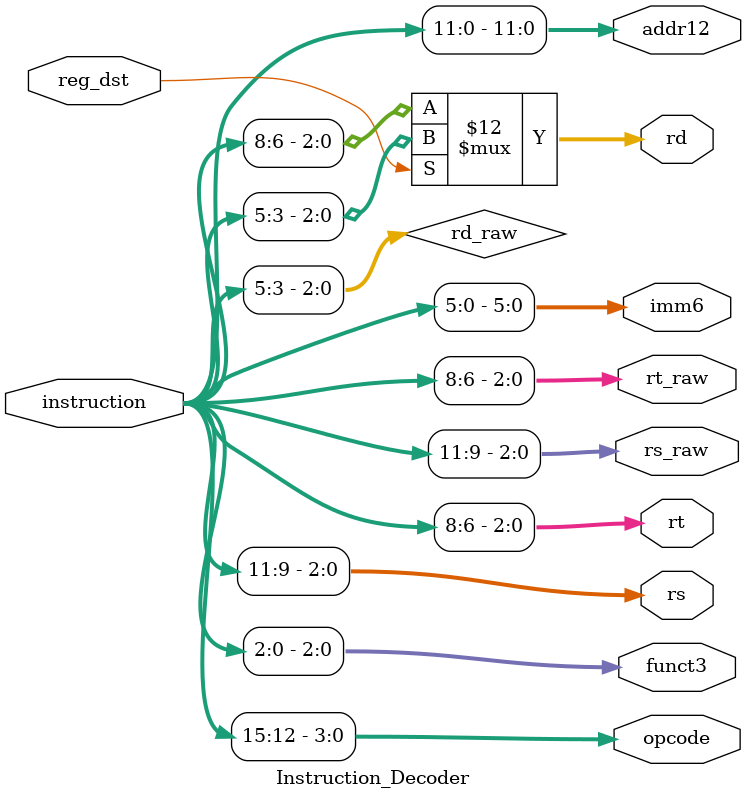
<source format=v>
`timescale 1ns / 1ps
module Instruction_Decoder(
    input  wire [15:0] instruction,
    input  wire        reg_dst,
    output wire [3:0]  opcode,
    output wire [2:0]  funct3,
    output wire [2:0]  rs,      // ?ã qua x? lý logic ch?n (Final Rs)
    output wire [2:0]  rt,      // ?ã qua x? lý logic ch?n (Final Rt)
    output wire [2:0]  rd,      // ?ã qua Mux reg_dst
    output wire [2:0]  rs_raw,  // Cho debugging ho?c các module khác n?u c?n
    output wire [2:0]  rt_raw,
    output wire [5:0]  imm6,
    output wire [11:0] addr12
);

    // C?t bit c? b?n
    assign opcode   = instruction[15:12];
    assign rs_raw   = instruction[11:9];  // rs luôn ? ?ây
    assign rt_raw   = instruction[8:6];   // rt luôn ? ?ây
    assign funct3   = instruction[2:0];
    assign imm6     = instruction[5:0];
    assign addr12   = instruction[11:0];

    wire [2:0] rd_raw = instruction[5:3];

    // Logic xác ??nh R-Type ?? ch?n ?úng bit (theo logic c? c?a em)
    // L?u ý: Th?c t? Spec MIPS 16 này rs/rt v? trí c? ??nh, nh?ng ta gi? logic này
    // ?? ??m b?o "99% chính xác" v?i code c?.
    localparam [3:0] OP_ALU0 = 4'b0000;
    localparam [3:0] OP_ALU1 = 4'b0001;
    localparam [3:0] OP_ALU2 = 4'b0010;
    localparam [3:0] OP_MFSR = 4'b1010;
    localparam [3:0] OP_MTSR = 4'b1011;

    wire is_rtype = (opcode == OP_ALU0) || (opcode == OP_ALU1) ||
                    (opcode == OP_ALU2) || (opcode == OP_MFSR) ||
                    (opcode == OP_MTSR);

    // I-Type fields logic (dù v? trí bit rs/rt gi?ng h?t R-type trong spec này,
    // nh?ng ta v?n gi? logic mux này n?u spec thay ??i sau này)
    assign rs = is_rtype ? rs_raw : rs_raw; 
    assign rt = is_rtype ? rt_raw : rt_raw;

    // Mux ch?n thanh ghi ?ích (Rd hay Rt)
    assign rd = reg_dst ? rd_raw : rt_raw;

endmodule
</source>
